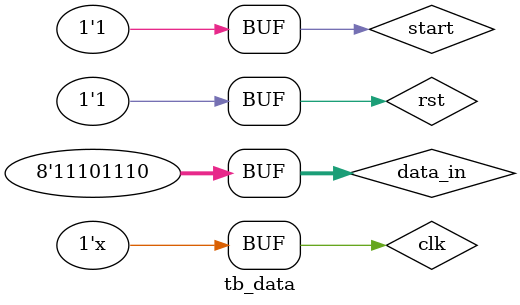
<source format=v>
`timescale 1ns / 1ps


module tb_data;

	// Inputs
	reg clk;
	reg rst;
	reg [7:0] data_in;
	reg start;

	  // Outputs
	wire txd;

	// Instantiate the Unit Under Test (UUT)
	data_send uut (
		.clk(clk), 
		.rst(rst), 
		.data_in(data_in), 
		.txd(txd), 
		.start(start)
	);

	initial begin
		  // Initialize Inputs
		clk = 0;
		rst = 1;
		data_in = 8'b11101110;
		start = 0;
		#10
		rst = 0;
		#10
		rst = 1;
		#20
		start = 1;
		#40
		start = 1;

		// Wait 100 ns for global reset to finish
		#1000000;
        
		// Add stimulus here

	end
      always #20 clk=~clk;
endmodule


</source>
